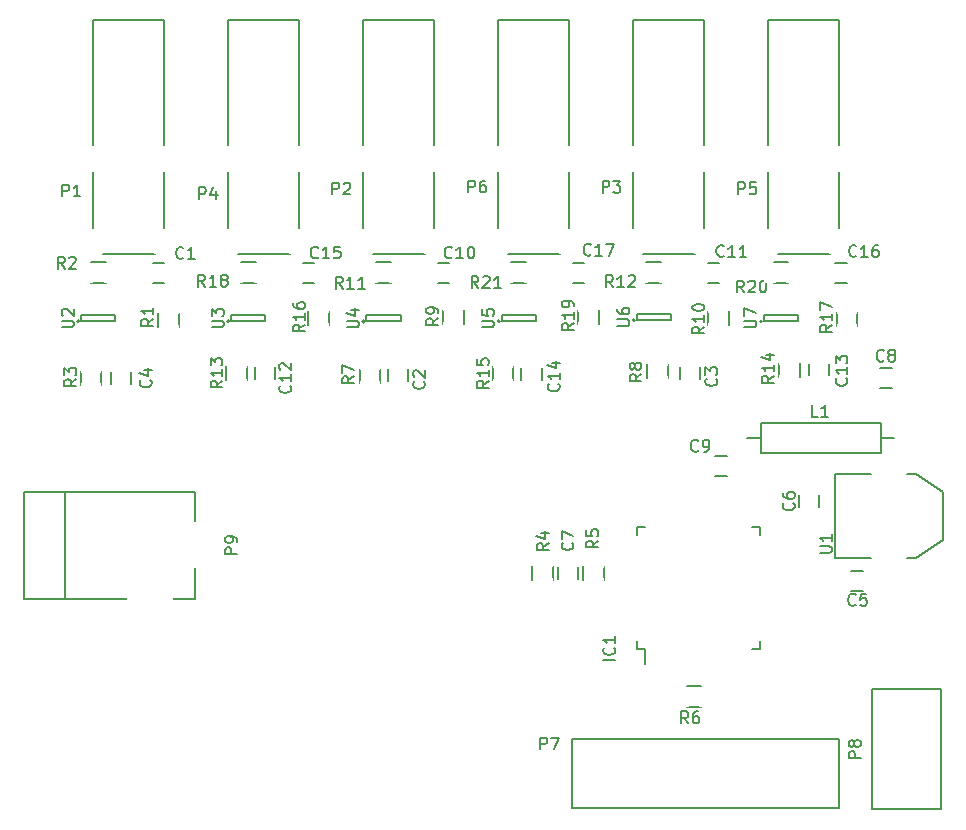
<source format=gbr>
%TF.GenerationSoftware,KiCad,Pcbnew,4.0.1-stable*%
%TF.CreationDate,2016-04-25T17:13:02+03:00*%
%TF.ProjectId,6xUSB_PowMet,36785553425F506F774D65742E6B6963,rev?*%
%TF.FileFunction,Legend,Top*%
%FSLAX46Y46*%
G04 Gerber Fmt 4.6, Leading zero omitted, Abs format (unit mm)*
G04 Created by KiCad (PCBNEW 4.0.1-stable) date 25.04.2016 17:13:02*
%MOMM*%
G01*
G04 APERTURE LIST*
%ADD10C,0.100000*%
%ADD11C,0.150000*%
%ADD12C,2.020000*%
%ADD13C,2.250000*%
%ADD14R,1.400000X1.650000*%
%ADD15R,1.650000X1.400000*%
%ADD16R,0.950000X1.900000*%
%ADD17R,1.900000X0.950000*%
%ADD18C,2.398980*%
%ADD19R,1.700000X1.100000*%
%ADD20R,1.100000X1.700000*%
%ADD21R,2.432000X4.057600*%
%ADD22R,2.432000X1.416000*%
%ADD23R,1.050000X1.460000*%
%ADD24R,2.400000X2.400000*%
%ADD25C,2.400000*%
%ADD26R,3.900120X3.900120*%
G04 APERTURE END LIST*
D10*
D11*
X113560000Y-74155000D02*
X113560000Y-63475000D01*
X107560000Y-74155000D02*
X107560000Y-63475000D01*
X107560000Y-63475000D02*
X113560000Y-63475000D01*
X107560000Y-76335000D02*
X107560000Y-81155000D01*
X112760000Y-83248500D02*
X108360000Y-83248500D01*
X113560000Y-76335000D02*
X113560000Y-81155000D01*
X136420000Y-74155000D02*
X136420000Y-63475000D01*
X130420000Y-74155000D02*
X130420000Y-63475000D01*
X130420000Y-63475000D02*
X136420000Y-63475000D01*
X130420000Y-76335000D02*
X130420000Y-81155000D01*
X135620000Y-83248500D02*
X131220000Y-83248500D01*
X136420000Y-76335000D02*
X136420000Y-81155000D01*
X113600000Y-84015000D02*
X112600000Y-84015000D01*
X112600000Y-85715000D02*
X113600000Y-85715000D01*
X134250000Y-94050000D02*
X134250000Y-93050000D01*
X132550000Y-93050000D02*
X132550000Y-94050000D01*
X158925000Y-93825000D02*
X158925000Y-92825000D01*
X157225000Y-92825000D02*
X157225000Y-93825000D01*
X110800000Y-94275000D02*
X110800000Y-93275000D01*
X109100000Y-93275000D02*
X109100000Y-94275000D01*
X172725000Y-110075000D02*
X171725000Y-110075000D01*
X171725000Y-111775000D02*
X172725000Y-111775000D01*
X167350000Y-103675000D02*
X167350000Y-104675000D01*
X169050000Y-104675000D02*
X169050000Y-103675000D01*
X146925000Y-109800000D02*
X146925000Y-110800000D01*
X148625000Y-110800000D02*
X148625000Y-109800000D01*
X175195000Y-92905000D02*
X174195000Y-92905000D01*
X174195000Y-94605000D02*
X175195000Y-94605000D01*
X161250000Y-100350000D02*
X160250000Y-100350000D01*
X160250000Y-102050000D02*
X161250000Y-102050000D01*
X137730000Y-84015000D02*
X136730000Y-84015000D01*
X136730000Y-85715000D02*
X137730000Y-85715000D01*
X160590000Y-84015000D02*
X159590000Y-84015000D01*
X159590000Y-85715000D02*
X160590000Y-85715000D01*
X122950000Y-93825000D02*
X122950000Y-92825000D01*
X121250000Y-92825000D02*
X121250000Y-93825000D01*
X169900000Y-93550000D02*
X169900000Y-92550000D01*
X168200000Y-92550000D02*
X168200000Y-93550000D01*
X145525000Y-93925000D02*
X145525000Y-92925000D01*
X143825000Y-92925000D02*
X143825000Y-93925000D01*
X126300000Y-84015000D02*
X125300000Y-84015000D01*
X125300000Y-85715000D02*
X126300000Y-85715000D01*
X171385000Y-84015000D02*
X170385000Y-84015000D01*
X170385000Y-85715000D02*
X171385000Y-85715000D01*
X149160000Y-84015000D02*
X148160000Y-84015000D01*
X148160000Y-85715000D02*
X149160000Y-85715000D01*
X153645000Y-116710000D02*
X154320000Y-116710000D01*
X153645000Y-106360000D02*
X154320000Y-106360000D01*
X163995000Y-106360000D02*
X163320000Y-106360000D01*
X163995000Y-116710000D02*
X163320000Y-116710000D01*
X153645000Y-116710000D02*
X153645000Y-116035000D01*
X163995000Y-116710000D02*
X163995000Y-116035000D01*
X163995000Y-106360000D02*
X163995000Y-107035000D01*
X153645000Y-106360000D02*
X153645000Y-107035000D01*
X154320000Y-116710000D02*
X154320000Y-117985000D01*
X164070000Y-97555000D02*
X164070000Y-100095000D01*
X164070000Y-100095000D02*
X174230000Y-100095000D01*
X174230000Y-100095000D02*
X174230000Y-97555000D01*
X174230000Y-97555000D02*
X164070000Y-97555000D01*
X175380000Y-98825000D02*
X174230000Y-98825000D01*
X162920000Y-98825000D02*
X164070000Y-98825000D01*
X113075000Y-89425000D02*
X113075000Y-88225000D01*
X114825000Y-88225000D02*
X114825000Y-89425000D01*
X108620000Y-85740000D02*
X107420000Y-85740000D01*
X107420000Y-83990000D02*
X108620000Y-83990000D01*
X106500000Y-94350000D02*
X106500000Y-93150000D01*
X108250000Y-93150000D02*
X108250000Y-94350000D01*
X146500000Y-109650000D02*
X146500000Y-110850000D01*
X144750000Y-110850000D02*
X144750000Y-109650000D01*
X150805000Y-109665000D02*
X150805000Y-110865000D01*
X149055000Y-110865000D02*
X149055000Y-109665000D01*
X157825000Y-119875000D02*
X159025000Y-119875000D01*
X159025000Y-121625000D02*
X157825000Y-121625000D01*
X130125000Y-94175000D02*
X130125000Y-92975000D01*
X131875000Y-92975000D02*
X131875000Y-94175000D01*
X154475000Y-93800000D02*
X154475000Y-92600000D01*
X156225000Y-92600000D02*
X156225000Y-93800000D01*
X137175000Y-89175000D02*
X137175000Y-87975000D01*
X138925000Y-87975000D02*
X138925000Y-89175000D01*
X159625000Y-89275000D02*
X159625000Y-88075000D01*
X161375000Y-88075000D02*
X161375000Y-89275000D01*
X132750000Y-85740000D02*
X131550000Y-85740000D01*
X131550000Y-83990000D02*
X132750000Y-83990000D01*
X155610000Y-85740000D02*
X154410000Y-85740000D01*
X154410000Y-83990000D02*
X155610000Y-83990000D01*
X118825000Y-93975000D02*
X118825000Y-92775000D01*
X120575000Y-92775000D02*
X120575000Y-93975000D01*
X165625000Y-93700000D02*
X165625000Y-92500000D01*
X167375000Y-92500000D02*
X167375000Y-93700000D01*
X141375000Y-93975000D02*
X141375000Y-92775000D01*
X143125000Y-92775000D02*
X143125000Y-93975000D01*
X125775000Y-89275000D02*
X125775000Y-88075000D01*
X127525000Y-88075000D02*
X127525000Y-89275000D01*
X170525000Y-89375000D02*
X170525000Y-88175000D01*
X172275000Y-88175000D02*
X172275000Y-89375000D01*
X121320000Y-85740000D02*
X120120000Y-85740000D01*
X120120000Y-83990000D02*
X121320000Y-83990000D01*
X148625000Y-89225000D02*
X148625000Y-88025000D01*
X150375000Y-88025000D02*
X150375000Y-89225000D01*
X166405000Y-85740000D02*
X165205000Y-85740000D01*
X165205000Y-83990000D02*
X166405000Y-83990000D01*
X144180000Y-85740000D02*
X142980000Y-85740000D01*
X142980000Y-83990000D02*
X144180000Y-83990000D01*
X173401000Y-101919000D02*
X170353000Y-101919000D01*
X170353000Y-101919000D02*
X170353000Y-109031000D01*
X170353000Y-109031000D02*
X173401000Y-109031000D01*
X176449000Y-101919000D02*
X177211000Y-101919000D01*
X177211000Y-101919000D02*
X179497000Y-103443000D01*
X179497000Y-103443000D02*
X179497000Y-107507000D01*
X179497000Y-107507000D02*
X177211000Y-109031000D01*
X177211000Y-109031000D02*
X176449000Y-109031000D01*
X106400000Y-88975000D02*
G75*
G03X106400000Y-88975000I-100000J0D01*
G01*
X106550000Y-88425000D02*
X106550000Y-88925000D01*
X109450000Y-88425000D02*
X106550000Y-88425000D01*
X109450000Y-88925000D02*
X109450000Y-88425000D01*
X106550000Y-88925000D02*
X109450000Y-88925000D01*
X119100000Y-88975000D02*
G75*
G03X119100000Y-88975000I-100000J0D01*
G01*
X119250000Y-88425000D02*
X119250000Y-88925000D01*
X122150000Y-88425000D02*
X119250000Y-88425000D01*
X122150000Y-88925000D02*
X122150000Y-88425000D01*
X119250000Y-88925000D02*
X122150000Y-88925000D01*
X130550000Y-88975000D02*
G75*
G03X130550000Y-88975000I-100000J0D01*
G01*
X130700000Y-88425000D02*
X130700000Y-88925000D01*
X133600000Y-88425000D02*
X130700000Y-88425000D01*
X133600000Y-88925000D02*
X133600000Y-88425000D01*
X130700000Y-88925000D02*
X133600000Y-88925000D01*
X142000000Y-88975000D02*
G75*
G03X142000000Y-88975000I-100000J0D01*
G01*
X142150000Y-88425000D02*
X142150000Y-88925000D01*
X145050000Y-88425000D02*
X142150000Y-88425000D01*
X145050000Y-88925000D02*
X145050000Y-88425000D01*
X142150000Y-88925000D02*
X145050000Y-88925000D01*
X153450000Y-88875000D02*
G75*
G03X153450000Y-88875000I-100000J0D01*
G01*
X153600000Y-88325000D02*
X153600000Y-88825000D01*
X156500000Y-88325000D02*
X153600000Y-88325000D01*
X156500000Y-88825000D02*
X156500000Y-88325000D01*
X153600000Y-88825000D02*
X156500000Y-88825000D01*
X164200000Y-88975000D02*
G75*
G03X164200000Y-88975000I-100000J0D01*
G01*
X164350000Y-88425000D02*
X164350000Y-88925000D01*
X167250000Y-88425000D02*
X164350000Y-88425000D01*
X167250000Y-88925000D02*
X167250000Y-88425000D01*
X164350000Y-88925000D02*
X167250000Y-88925000D01*
X159280000Y-74155000D02*
X159280000Y-63475000D01*
X153280000Y-74155000D02*
X153280000Y-63475000D01*
X153280000Y-63475000D02*
X159280000Y-63475000D01*
X153280000Y-76335000D02*
X153280000Y-81155000D01*
X158480000Y-83248500D02*
X154080000Y-83248500D01*
X159280000Y-76335000D02*
X159280000Y-81155000D01*
X124990000Y-74155000D02*
X124990000Y-63475000D01*
X118990000Y-74155000D02*
X118990000Y-63475000D01*
X118990000Y-63475000D02*
X124990000Y-63475000D01*
X118990000Y-76335000D02*
X118990000Y-81155000D01*
X124190000Y-83248500D02*
X119790000Y-83248500D01*
X124990000Y-76335000D02*
X124990000Y-81155000D01*
X170710000Y-74155000D02*
X170710000Y-63475000D01*
X164710000Y-74155000D02*
X164710000Y-63475000D01*
X164710000Y-63475000D02*
X170710000Y-63475000D01*
X164710000Y-76335000D02*
X164710000Y-81155000D01*
X169910000Y-83248500D02*
X165510000Y-83248500D01*
X170710000Y-76335000D02*
X170710000Y-81155000D01*
X147850000Y-74155000D02*
X147850000Y-63475000D01*
X141850000Y-74155000D02*
X141850000Y-63475000D01*
X141850000Y-63475000D02*
X147850000Y-63475000D01*
X141850000Y-76335000D02*
X141850000Y-81155000D01*
X147050000Y-83248500D02*
X142650000Y-83248500D01*
X147850000Y-76335000D02*
X147850000Y-81155000D01*
X149380000Y-124337000D02*
X148110000Y-124337000D01*
X148110000Y-124337000D02*
X148110000Y-130179000D01*
X148110000Y-130179000D02*
X149380000Y-130179000D01*
X169446000Y-124337000D02*
X170716000Y-124337000D01*
X169446000Y-130179000D02*
X170716000Y-130179000D01*
X170716000Y-124337000D02*
X170716000Y-130179000D01*
X149380000Y-130179000D02*
X169446000Y-130179000D01*
X169446000Y-124337000D02*
X149380000Y-124337000D01*
X179329000Y-120130000D02*
X179329000Y-130290000D01*
X173487000Y-130290000D02*
X173487000Y-120130000D01*
X173487000Y-120130000D02*
X179329000Y-120130000D01*
X173487000Y-130290000D02*
X179329000Y-130290000D01*
X105199500Y-103449120D02*
X105199500Y-112450880D01*
X101699380Y-103449120D02*
X101699380Y-112450880D01*
X101699380Y-112450880D02*
X116200240Y-112450880D01*
X116200240Y-112450880D02*
X116200240Y-103449120D01*
X116200240Y-103449120D02*
X101699380Y-103449120D01*
X104961905Y-78402381D02*
X104961905Y-77402381D01*
X105342858Y-77402381D01*
X105438096Y-77450000D01*
X105485715Y-77497619D01*
X105533334Y-77592857D01*
X105533334Y-77735714D01*
X105485715Y-77830952D01*
X105438096Y-77878571D01*
X105342858Y-77926190D01*
X104961905Y-77926190D01*
X106485715Y-78402381D02*
X105914286Y-78402381D01*
X106200000Y-78402381D02*
X106200000Y-77402381D01*
X106104762Y-77545238D01*
X106009524Y-77640476D01*
X105914286Y-77688095D01*
X127811905Y-78227381D02*
X127811905Y-77227381D01*
X128192858Y-77227381D01*
X128288096Y-77275000D01*
X128335715Y-77322619D01*
X128383334Y-77417857D01*
X128383334Y-77560714D01*
X128335715Y-77655952D01*
X128288096Y-77703571D01*
X128192858Y-77751190D01*
X127811905Y-77751190D01*
X128764286Y-77322619D02*
X128811905Y-77275000D01*
X128907143Y-77227381D01*
X129145239Y-77227381D01*
X129240477Y-77275000D01*
X129288096Y-77322619D01*
X129335715Y-77417857D01*
X129335715Y-77513095D01*
X129288096Y-77655952D01*
X128716667Y-78227381D01*
X129335715Y-78227381D01*
X115208334Y-83582143D02*
X115160715Y-83629762D01*
X115017858Y-83677381D01*
X114922620Y-83677381D01*
X114779762Y-83629762D01*
X114684524Y-83534524D01*
X114636905Y-83439286D01*
X114589286Y-83248810D01*
X114589286Y-83105952D01*
X114636905Y-82915476D01*
X114684524Y-82820238D01*
X114779762Y-82725000D01*
X114922620Y-82677381D01*
X115017858Y-82677381D01*
X115160715Y-82725000D01*
X115208334Y-82772619D01*
X116160715Y-83677381D02*
X115589286Y-83677381D01*
X115875000Y-83677381D02*
X115875000Y-82677381D01*
X115779762Y-82820238D01*
X115684524Y-82915476D01*
X115589286Y-82963095D01*
X135557143Y-94066666D02*
X135604762Y-94114285D01*
X135652381Y-94257142D01*
X135652381Y-94352380D01*
X135604762Y-94495238D01*
X135509524Y-94590476D01*
X135414286Y-94638095D01*
X135223810Y-94685714D01*
X135080952Y-94685714D01*
X134890476Y-94638095D01*
X134795238Y-94590476D01*
X134700000Y-94495238D01*
X134652381Y-94352380D01*
X134652381Y-94257142D01*
X134700000Y-94114285D01*
X134747619Y-94066666D01*
X134747619Y-93685714D02*
X134700000Y-93638095D01*
X134652381Y-93542857D01*
X134652381Y-93304761D01*
X134700000Y-93209523D01*
X134747619Y-93161904D01*
X134842857Y-93114285D01*
X134938095Y-93114285D01*
X135080952Y-93161904D01*
X135652381Y-93733333D01*
X135652381Y-93114285D01*
X160307143Y-93816666D02*
X160354762Y-93864285D01*
X160402381Y-94007142D01*
X160402381Y-94102380D01*
X160354762Y-94245238D01*
X160259524Y-94340476D01*
X160164286Y-94388095D01*
X159973810Y-94435714D01*
X159830952Y-94435714D01*
X159640476Y-94388095D01*
X159545238Y-94340476D01*
X159450000Y-94245238D01*
X159402381Y-94102380D01*
X159402381Y-94007142D01*
X159450000Y-93864285D01*
X159497619Y-93816666D01*
X159402381Y-93483333D02*
X159402381Y-92864285D01*
X159783333Y-93197619D01*
X159783333Y-93054761D01*
X159830952Y-92959523D01*
X159878571Y-92911904D01*
X159973810Y-92864285D01*
X160211905Y-92864285D01*
X160307143Y-92911904D01*
X160354762Y-92959523D01*
X160402381Y-93054761D01*
X160402381Y-93340476D01*
X160354762Y-93435714D01*
X160307143Y-93483333D01*
X112407143Y-93941666D02*
X112454762Y-93989285D01*
X112502381Y-94132142D01*
X112502381Y-94227380D01*
X112454762Y-94370238D01*
X112359524Y-94465476D01*
X112264286Y-94513095D01*
X112073810Y-94560714D01*
X111930952Y-94560714D01*
X111740476Y-94513095D01*
X111645238Y-94465476D01*
X111550000Y-94370238D01*
X111502381Y-94227380D01*
X111502381Y-94132142D01*
X111550000Y-93989285D01*
X111597619Y-93941666D01*
X111835714Y-93084523D02*
X112502381Y-93084523D01*
X111454762Y-93322619D02*
X112169048Y-93560714D01*
X112169048Y-92941666D01*
X172108334Y-112957143D02*
X172060715Y-113004762D01*
X171917858Y-113052381D01*
X171822620Y-113052381D01*
X171679762Y-113004762D01*
X171584524Y-112909524D01*
X171536905Y-112814286D01*
X171489286Y-112623810D01*
X171489286Y-112480952D01*
X171536905Y-112290476D01*
X171584524Y-112195238D01*
X171679762Y-112100000D01*
X171822620Y-112052381D01*
X171917858Y-112052381D01*
X172060715Y-112100000D01*
X172108334Y-112147619D01*
X173013096Y-112052381D02*
X172536905Y-112052381D01*
X172489286Y-112528571D01*
X172536905Y-112480952D01*
X172632143Y-112433333D01*
X172870239Y-112433333D01*
X172965477Y-112480952D01*
X173013096Y-112528571D01*
X173060715Y-112623810D01*
X173060715Y-112861905D01*
X173013096Y-112957143D01*
X172965477Y-113004762D01*
X172870239Y-113052381D01*
X172632143Y-113052381D01*
X172536905Y-113004762D01*
X172489286Y-112957143D01*
X166857143Y-104366666D02*
X166904762Y-104414285D01*
X166952381Y-104557142D01*
X166952381Y-104652380D01*
X166904762Y-104795238D01*
X166809524Y-104890476D01*
X166714286Y-104938095D01*
X166523810Y-104985714D01*
X166380952Y-104985714D01*
X166190476Y-104938095D01*
X166095238Y-104890476D01*
X166000000Y-104795238D01*
X165952381Y-104652380D01*
X165952381Y-104557142D01*
X166000000Y-104414285D01*
X166047619Y-104366666D01*
X165952381Y-103509523D02*
X165952381Y-103700000D01*
X166000000Y-103795238D01*
X166047619Y-103842857D01*
X166190476Y-103938095D01*
X166380952Y-103985714D01*
X166761905Y-103985714D01*
X166857143Y-103938095D01*
X166904762Y-103890476D01*
X166952381Y-103795238D01*
X166952381Y-103604761D01*
X166904762Y-103509523D01*
X166857143Y-103461904D01*
X166761905Y-103414285D01*
X166523810Y-103414285D01*
X166428571Y-103461904D01*
X166380952Y-103509523D01*
X166333333Y-103604761D01*
X166333333Y-103795238D01*
X166380952Y-103890476D01*
X166428571Y-103938095D01*
X166523810Y-103985714D01*
X148132143Y-107716666D02*
X148179762Y-107764285D01*
X148227381Y-107907142D01*
X148227381Y-108002380D01*
X148179762Y-108145238D01*
X148084524Y-108240476D01*
X147989286Y-108288095D01*
X147798810Y-108335714D01*
X147655952Y-108335714D01*
X147465476Y-108288095D01*
X147370238Y-108240476D01*
X147275000Y-108145238D01*
X147227381Y-108002380D01*
X147227381Y-107907142D01*
X147275000Y-107764285D01*
X147322619Y-107716666D01*
X147227381Y-107383333D02*
X147227381Y-106716666D01*
X148227381Y-107145238D01*
X174508334Y-92282143D02*
X174460715Y-92329762D01*
X174317858Y-92377381D01*
X174222620Y-92377381D01*
X174079762Y-92329762D01*
X173984524Y-92234524D01*
X173936905Y-92139286D01*
X173889286Y-91948810D01*
X173889286Y-91805952D01*
X173936905Y-91615476D01*
X173984524Y-91520238D01*
X174079762Y-91425000D01*
X174222620Y-91377381D01*
X174317858Y-91377381D01*
X174460715Y-91425000D01*
X174508334Y-91472619D01*
X175079762Y-91805952D02*
X174984524Y-91758333D01*
X174936905Y-91710714D01*
X174889286Y-91615476D01*
X174889286Y-91567857D01*
X174936905Y-91472619D01*
X174984524Y-91425000D01*
X175079762Y-91377381D01*
X175270239Y-91377381D01*
X175365477Y-91425000D01*
X175413096Y-91472619D01*
X175460715Y-91567857D01*
X175460715Y-91615476D01*
X175413096Y-91710714D01*
X175365477Y-91758333D01*
X175270239Y-91805952D01*
X175079762Y-91805952D01*
X174984524Y-91853571D01*
X174936905Y-91901190D01*
X174889286Y-91996429D01*
X174889286Y-92186905D01*
X174936905Y-92282143D01*
X174984524Y-92329762D01*
X175079762Y-92377381D01*
X175270239Y-92377381D01*
X175365477Y-92329762D01*
X175413096Y-92282143D01*
X175460715Y-92186905D01*
X175460715Y-91996429D01*
X175413096Y-91901190D01*
X175365477Y-91853571D01*
X175270239Y-91805952D01*
X158783334Y-99907143D02*
X158735715Y-99954762D01*
X158592858Y-100002381D01*
X158497620Y-100002381D01*
X158354762Y-99954762D01*
X158259524Y-99859524D01*
X158211905Y-99764286D01*
X158164286Y-99573810D01*
X158164286Y-99430952D01*
X158211905Y-99240476D01*
X158259524Y-99145238D01*
X158354762Y-99050000D01*
X158497620Y-99002381D01*
X158592858Y-99002381D01*
X158735715Y-99050000D01*
X158783334Y-99097619D01*
X159259524Y-100002381D02*
X159450000Y-100002381D01*
X159545239Y-99954762D01*
X159592858Y-99907143D01*
X159688096Y-99764286D01*
X159735715Y-99573810D01*
X159735715Y-99192857D01*
X159688096Y-99097619D01*
X159640477Y-99050000D01*
X159545239Y-99002381D01*
X159354762Y-99002381D01*
X159259524Y-99050000D01*
X159211905Y-99097619D01*
X159164286Y-99192857D01*
X159164286Y-99430952D01*
X159211905Y-99526190D01*
X159259524Y-99573810D01*
X159354762Y-99621429D01*
X159545239Y-99621429D01*
X159640477Y-99573810D01*
X159688096Y-99526190D01*
X159735715Y-99430952D01*
X137932143Y-83557143D02*
X137884524Y-83604762D01*
X137741667Y-83652381D01*
X137646429Y-83652381D01*
X137503571Y-83604762D01*
X137408333Y-83509524D01*
X137360714Y-83414286D01*
X137313095Y-83223810D01*
X137313095Y-83080952D01*
X137360714Y-82890476D01*
X137408333Y-82795238D01*
X137503571Y-82700000D01*
X137646429Y-82652381D01*
X137741667Y-82652381D01*
X137884524Y-82700000D01*
X137932143Y-82747619D01*
X138884524Y-83652381D02*
X138313095Y-83652381D01*
X138598809Y-83652381D02*
X138598809Y-82652381D01*
X138503571Y-82795238D01*
X138408333Y-82890476D01*
X138313095Y-82938095D01*
X139503571Y-82652381D02*
X139598810Y-82652381D01*
X139694048Y-82700000D01*
X139741667Y-82747619D01*
X139789286Y-82842857D01*
X139836905Y-83033333D01*
X139836905Y-83271429D01*
X139789286Y-83461905D01*
X139741667Y-83557143D01*
X139694048Y-83604762D01*
X139598810Y-83652381D01*
X139503571Y-83652381D01*
X139408333Y-83604762D01*
X139360714Y-83557143D01*
X139313095Y-83461905D01*
X139265476Y-83271429D01*
X139265476Y-83033333D01*
X139313095Y-82842857D01*
X139360714Y-82747619D01*
X139408333Y-82700000D01*
X139503571Y-82652381D01*
X160957143Y-83432143D02*
X160909524Y-83479762D01*
X160766667Y-83527381D01*
X160671429Y-83527381D01*
X160528571Y-83479762D01*
X160433333Y-83384524D01*
X160385714Y-83289286D01*
X160338095Y-83098810D01*
X160338095Y-82955952D01*
X160385714Y-82765476D01*
X160433333Y-82670238D01*
X160528571Y-82575000D01*
X160671429Y-82527381D01*
X160766667Y-82527381D01*
X160909524Y-82575000D01*
X160957143Y-82622619D01*
X161909524Y-83527381D02*
X161338095Y-83527381D01*
X161623809Y-83527381D02*
X161623809Y-82527381D01*
X161528571Y-82670238D01*
X161433333Y-82765476D01*
X161338095Y-82813095D01*
X162861905Y-83527381D02*
X162290476Y-83527381D01*
X162576190Y-83527381D02*
X162576190Y-82527381D01*
X162480952Y-82670238D01*
X162385714Y-82765476D01*
X162290476Y-82813095D01*
X124232143Y-94417857D02*
X124279762Y-94465476D01*
X124327381Y-94608333D01*
X124327381Y-94703571D01*
X124279762Y-94846429D01*
X124184524Y-94941667D01*
X124089286Y-94989286D01*
X123898810Y-95036905D01*
X123755952Y-95036905D01*
X123565476Y-94989286D01*
X123470238Y-94941667D01*
X123375000Y-94846429D01*
X123327381Y-94703571D01*
X123327381Y-94608333D01*
X123375000Y-94465476D01*
X123422619Y-94417857D01*
X124327381Y-93465476D02*
X124327381Y-94036905D01*
X124327381Y-93751191D02*
X123327381Y-93751191D01*
X123470238Y-93846429D01*
X123565476Y-93941667D01*
X123613095Y-94036905D01*
X123422619Y-93084524D02*
X123375000Y-93036905D01*
X123327381Y-92941667D01*
X123327381Y-92703571D01*
X123375000Y-92608333D01*
X123422619Y-92560714D01*
X123517857Y-92513095D01*
X123613095Y-92513095D01*
X123755952Y-92560714D01*
X124327381Y-93132143D01*
X124327381Y-92513095D01*
X171332143Y-93792857D02*
X171379762Y-93840476D01*
X171427381Y-93983333D01*
X171427381Y-94078571D01*
X171379762Y-94221429D01*
X171284524Y-94316667D01*
X171189286Y-94364286D01*
X170998810Y-94411905D01*
X170855952Y-94411905D01*
X170665476Y-94364286D01*
X170570238Y-94316667D01*
X170475000Y-94221429D01*
X170427381Y-94078571D01*
X170427381Y-93983333D01*
X170475000Y-93840476D01*
X170522619Y-93792857D01*
X171427381Y-92840476D02*
X171427381Y-93411905D01*
X171427381Y-93126191D02*
X170427381Y-93126191D01*
X170570238Y-93221429D01*
X170665476Y-93316667D01*
X170713095Y-93411905D01*
X170427381Y-92507143D02*
X170427381Y-91888095D01*
X170808333Y-92221429D01*
X170808333Y-92078571D01*
X170855952Y-91983333D01*
X170903571Y-91935714D01*
X170998810Y-91888095D01*
X171236905Y-91888095D01*
X171332143Y-91935714D01*
X171379762Y-91983333D01*
X171427381Y-92078571D01*
X171427381Y-92364286D01*
X171379762Y-92459524D01*
X171332143Y-92507143D01*
X146957143Y-94267857D02*
X147004762Y-94315476D01*
X147052381Y-94458333D01*
X147052381Y-94553571D01*
X147004762Y-94696429D01*
X146909524Y-94791667D01*
X146814286Y-94839286D01*
X146623810Y-94886905D01*
X146480952Y-94886905D01*
X146290476Y-94839286D01*
X146195238Y-94791667D01*
X146100000Y-94696429D01*
X146052381Y-94553571D01*
X146052381Y-94458333D01*
X146100000Y-94315476D01*
X146147619Y-94267857D01*
X147052381Y-93315476D02*
X147052381Y-93886905D01*
X147052381Y-93601191D02*
X146052381Y-93601191D01*
X146195238Y-93696429D01*
X146290476Y-93791667D01*
X146338095Y-93886905D01*
X146385714Y-92458333D02*
X147052381Y-92458333D01*
X146004762Y-92696429D02*
X146719048Y-92934524D01*
X146719048Y-92315476D01*
X126607143Y-83557143D02*
X126559524Y-83604762D01*
X126416667Y-83652381D01*
X126321429Y-83652381D01*
X126178571Y-83604762D01*
X126083333Y-83509524D01*
X126035714Y-83414286D01*
X125988095Y-83223810D01*
X125988095Y-83080952D01*
X126035714Y-82890476D01*
X126083333Y-82795238D01*
X126178571Y-82700000D01*
X126321429Y-82652381D01*
X126416667Y-82652381D01*
X126559524Y-82700000D01*
X126607143Y-82747619D01*
X127559524Y-83652381D02*
X126988095Y-83652381D01*
X127273809Y-83652381D02*
X127273809Y-82652381D01*
X127178571Y-82795238D01*
X127083333Y-82890476D01*
X126988095Y-82938095D01*
X128464286Y-82652381D02*
X127988095Y-82652381D01*
X127940476Y-83128571D01*
X127988095Y-83080952D01*
X128083333Y-83033333D01*
X128321429Y-83033333D01*
X128416667Y-83080952D01*
X128464286Y-83128571D01*
X128511905Y-83223810D01*
X128511905Y-83461905D01*
X128464286Y-83557143D01*
X128416667Y-83604762D01*
X128321429Y-83652381D01*
X128083333Y-83652381D01*
X127988095Y-83604762D01*
X127940476Y-83557143D01*
X172182143Y-83432143D02*
X172134524Y-83479762D01*
X171991667Y-83527381D01*
X171896429Y-83527381D01*
X171753571Y-83479762D01*
X171658333Y-83384524D01*
X171610714Y-83289286D01*
X171563095Y-83098810D01*
X171563095Y-82955952D01*
X171610714Y-82765476D01*
X171658333Y-82670238D01*
X171753571Y-82575000D01*
X171896429Y-82527381D01*
X171991667Y-82527381D01*
X172134524Y-82575000D01*
X172182143Y-82622619D01*
X173134524Y-83527381D02*
X172563095Y-83527381D01*
X172848809Y-83527381D02*
X172848809Y-82527381D01*
X172753571Y-82670238D01*
X172658333Y-82765476D01*
X172563095Y-82813095D01*
X173991667Y-82527381D02*
X173801190Y-82527381D01*
X173705952Y-82575000D01*
X173658333Y-82622619D01*
X173563095Y-82765476D01*
X173515476Y-82955952D01*
X173515476Y-83336905D01*
X173563095Y-83432143D01*
X173610714Y-83479762D01*
X173705952Y-83527381D01*
X173896429Y-83527381D01*
X173991667Y-83479762D01*
X174039286Y-83432143D01*
X174086905Y-83336905D01*
X174086905Y-83098810D01*
X174039286Y-83003571D01*
X173991667Y-82955952D01*
X173896429Y-82908333D01*
X173705952Y-82908333D01*
X173610714Y-82955952D01*
X173563095Y-83003571D01*
X173515476Y-83098810D01*
X149707143Y-83307143D02*
X149659524Y-83354762D01*
X149516667Y-83402381D01*
X149421429Y-83402381D01*
X149278571Y-83354762D01*
X149183333Y-83259524D01*
X149135714Y-83164286D01*
X149088095Y-82973810D01*
X149088095Y-82830952D01*
X149135714Y-82640476D01*
X149183333Y-82545238D01*
X149278571Y-82450000D01*
X149421429Y-82402381D01*
X149516667Y-82402381D01*
X149659524Y-82450000D01*
X149707143Y-82497619D01*
X150659524Y-83402381D02*
X150088095Y-83402381D01*
X150373809Y-83402381D02*
X150373809Y-82402381D01*
X150278571Y-82545238D01*
X150183333Y-82640476D01*
X150088095Y-82688095D01*
X150992857Y-82402381D02*
X151659524Y-82402381D01*
X151230952Y-83402381D01*
X151752381Y-117651190D02*
X150752381Y-117651190D01*
X151657143Y-116603571D02*
X151704762Y-116651190D01*
X151752381Y-116794047D01*
X151752381Y-116889285D01*
X151704762Y-117032143D01*
X151609524Y-117127381D01*
X151514286Y-117175000D01*
X151323810Y-117222619D01*
X151180952Y-117222619D01*
X150990476Y-117175000D01*
X150895238Y-117127381D01*
X150800000Y-117032143D01*
X150752381Y-116889285D01*
X150752381Y-116794047D01*
X150800000Y-116651190D01*
X150847619Y-116603571D01*
X151752381Y-115651190D02*
X151752381Y-116222619D01*
X151752381Y-115936905D02*
X150752381Y-115936905D01*
X150895238Y-116032143D01*
X150990476Y-116127381D01*
X151038095Y-116222619D01*
X168933334Y-97052381D02*
X168457143Y-97052381D01*
X168457143Y-96052381D01*
X169790477Y-97052381D02*
X169219048Y-97052381D01*
X169504762Y-97052381D02*
X169504762Y-96052381D01*
X169409524Y-96195238D01*
X169314286Y-96290476D01*
X169219048Y-96338095D01*
X112652381Y-88766666D02*
X112176190Y-89100000D01*
X112652381Y-89338095D02*
X111652381Y-89338095D01*
X111652381Y-88957142D01*
X111700000Y-88861904D01*
X111747619Y-88814285D01*
X111842857Y-88766666D01*
X111985714Y-88766666D01*
X112080952Y-88814285D01*
X112128571Y-88861904D01*
X112176190Y-88957142D01*
X112176190Y-89338095D01*
X112652381Y-87814285D02*
X112652381Y-88385714D01*
X112652381Y-88100000D02*
X111652381Y-88100000D01*
X111795238Y-88195238D01*
X111890476Y-88290476D01*
X111938095Y-88385714D01*
X105158334Y-84502381D02*
X104825000Y-84026190D01*
X104586905Y-84502381D02*
X104586905Y-83502381D01*
X104967858Y-83502381D01*
X105063096Y-83550000D01*
X105110715Y-83597619D01*
X105158334Y-83692857D01*
X105158334Y-83835714D01*
X105110715Y-83930952D01*
X105063096Y-83978571D01*
X104967858Y-84026190D01*
X104586905Y-84026190D01*
X105539286Y-83597619D02*
X105586905Y-83550000D01*
X105682143Y-83502381D01*
X105920239Y-83502381D01*
X106015477Y-83550000D01*
X106063096Y-83597619D01*
X106110715Y-83692857D01*
X106110715Y-83788095D01*
X106063096Y-83930952D01*
X105491667Y-84502381D01*
X106110715Y-84502381D01*
X106127381Y-93866666D02*
X105651190Y-94200000D01*
X106127381Y-94438095D02*
X105127381Y-94438095D01*
X105127381Y-94057142D01*
X105175000Y-93961904D01*
X105222619Y-93914285D01*
X105317857Y-93866666D01*
X105460714Y-93866666D01*
X105555952Y-93914285D01*
X105603571Y-93961904D01*
X105651190Y-94057142D01*
X105651190Y-94438095D01*
X105127381Y-93533333D02*
X105127381Y-92914285D01*
X105508333Y-93247619D01*
X105508333Y-93104761D01*
X105555952Y-93009523D01*
X105603571Y-92961904D01*
X105698810Y-92914285D01*
X105936905Y-92914285D01*
X106032143Y-92961904D01*
X106079762Y-93009523D01*
X106127381Y-93104761D01*
X106127381Y-93390476D01*
X106079762Y-93485714D01*
X106032143Y-93533333D01*
X146127381Y-107766666D02*
X145651190Y-108100000D01*
X146127381Y-108338095D02*
X145127381Y-108338095D01*
X145127381Y-107957142D01*
X145175000Y-107861904D01*
X145222619Y-107814285D01*
X145317857Y-107766666D01*
X145460714Y-107766666D01*
X145555952Y-107814285D01*
X145603571Y-107861904D01*
X145651190Y-107957142D01*
X145651190Y-108338095D01*
X145460714Y-106909523D02*
X146127381Y-106909523D01*
X145079762Y-107147619D02*
X145794048Y-107385714D01*
X145794048Y-106766666D01*
X150327381Y-107541666D02*
X149851190Y-107875000D01*
X150327381Y-108113095D02*
X149327381Y-108113095D01*
X149327381Y-107732142D01*
X149375000Y-107636904D01*
X149422619Y-107589285D01*
X149517857Y-107541666D01*
X149660714Y-107541666D01*
X149755952Y-107589285D01*
X149803571Y-107636904D01*
X149851190Y-107732142D01*
X149851190Y-108113095D01*
X149327381Y-106636904D02*
X149327381Y-107113095D01*
X149803571Y-107160714D01*
X149755952Y-107113095D01*
X149708333Y-107017857D01*
X149708333Y-106779761D01*
X149755952Y-106684523D01*
X149803571Y-106636904D01*
X149898810Y-106589285D01*
X150136905Y-106589285D01*
X150232143Y-106636904D01*
X150279762Y-106684523D01*
X150327381Y-106779761D01*
X150327381Y-107017857D01*
X150279762Y-107113095D01*
X150232143Y-107160714D01*
X157933334Y-123002381D02*
X157600000Y-122526190D01*
X157361905Y-123002381D02*
X157361905Y-122002381D01*
X157742858Y-122002381D01*
X157838096Y-122050000D01*
X157885715Y-122097619D01*
X157933334Y-122192857D01*
X157933334Y-122335714D01*
X157885715Y-122430952D01*
X157838096Y-122478571D01*
X157742858Y-122526190D01*
X157361905Y-122526190D01*
X158790477Y-122002381D02*
X158600000Y-122002381D01*
X158504762Y-122050000D01*
X158457143Y-122097619D01*
X158361905Y-122240476D01*
X158314286Y-122430952D01*
X158314286Y-122811905D01*
X158361905Y-122907143D01*
X158409524Y-122954762D01*
X158504762Y-123002381D01*
X158695239Y-123002381D01*
X158790477Y-122954762D01*
X158838096Y-122907143D01*
X158885715Y-122811905D01*
X158885715Y-122573810D01*
X158838096Y-122478571D01*
X158790477Y-122430952D01*
X158695239Y-122383333D01*
X158504762Y-122383333D01*
X158409524Y-122430952D01*
X158361905Y-122478571D01*
X158314286Y-122573810D01*
X129652381Y-93641666D02*
X129176190Y-93975000D01*
X129652381Y-94213095D02*
X128652381Y-94213095D01*
X128652381Y-93832142D01*
X128700000Y-93736904D01*
X128747619Y-93689285D01*
X128842857Y-93641666D01*
X128985714Y-93641666D01*
X129080952Y-93689285D01*
X129128571Y-93736904D01*
X129176190Y-93832142D01*
X129176190Y-94213095D01*
X128652381Y-93308333D02*
X128652381Y-92641666D01*
X129652381Y-93070238D01*
X153977381Y-93441666D02*
X153501190Y-93775000D01*
X153977381Y-94013095D02*
X152977381Y-94013095D01*
X152977381Y-93632142D01*
X153025000Y-93536904D01*
X153072619Y-93489285D01*
X153167857Y-93441666D01*
X153310714Y-93441666D01*
X153405952Y-93489285D01*
X153453571Y-93536904D01*
X153501190Y-93632142D01*
X153501190Y-94013095D01*
X153405952Y-92870238D02*
X153358333Y-92965476D01*
X153310714Y-93013095D01*
X153215476Y-93060714D01*
X153167857Y-93060714D01*
X153072619Y-93013095D01*
X153025000Y-92965476D01*
X152977381Y-92870238D01*
X152977381Y-92679761D01*
X153025000Y-92584523D01*
X153072619Y-92536904D01*
X153167857Y-92489285D01*
X153215476Y-92489285D01*
X153310714Y-92536904D01*
X153358333Y-92584523D01*
X153405952Y-92679761D01*
X153405952Y-92870238D01*
X153453571Y-92965476D01*
X153501190Y-93013095D01*
X153596429Y-93060714D01*
X153786905Y-93060714D01*
X153882143Y-93013095D01*
X153929762Y-92965476D01*
X153977381Y-92870238D01*
X153977381Y-92679761D01*
X153929762Y-92584523D01*
X153882143Y-92536904D01*
X153786905Y-92489285D01*
X153596429Y-92489285D01*
X153501190Y-92536904D01*
X153453571Y-92584523D01*
X153405952Y-92679761D01*
X136777381Y-88716666D02*
X136301190Y-89050000D01*
X136777381Y-89288095D02*
X135777381Y-89288095D01*
X135777381Y-88907142D01*
X135825000Y-88811904D01*
X135872619Y-88764285D01*
X135967857Y-88716666D01*
X136110714Y-88716666D01*
X136205952Y-88764285D01*
X136253571Y-88811904D01*
X136301190Y-88907142D01*
X136301190Y-89288095D01*
X136777381Y-88240476D02*
X136777381Y-88050000D01*
X136729762Y-87954761D01*
X136682143Y-87907142D01*
X136539286Y-87811904D01*
X136348810Y-87764285D01*
X135967857Y-87764285D01*
X135872619Y-87811904D01*
X135825000Y-87859523D01*
X135777381Y-87954761D01*
X135777381Y-88145238D01*
X135825000Y-88240476D01*
X135872619Y-88288095D01*
X135967857Y-88335714D01*
X136205952Y-88335714D01*
X136301190Y-88288095D01*
X136348810Y-88240476D01*
X136396429Y-88145238D01*
X136396429Y-87954761D01*
X136348810Y-87859523D01*
X136301190Y-87811904D01*
X136205952Y-87764285D01*
X159302381Y-89417857D02*
X158826190Y-89751191D01*
X159302381Y-89989286D02*
X158302381Y-89989286D01*
X158302381Y-89608333D01*
X158350000Y-89513095D01*
X158397619Y-89465476D01*
X158492857Y-89417857D01*
X158635714Y-89417857D01*
X158730952Y-89465476D01*
X158778571Y-89513095D01*
X158826190Y-89608333D01*
X158826190Y-89989286D01*
X159302381Y-88465476D02*
X159302381Y-89036905D01*
X159302381Y-88751191D02*
X158302381Y-88751191D01*
X158445238Y-88846429D01*
X158540476Y-88941667D01*
X158588095Y-89036905D01*
X158302381Y-87846429D02*
X158302381Y-87751190D01*
X158350000Y-87655952D01*
X158397619Y-87608333D01*
X158492857Y-87560714D01*
X158683333Y-87513095D01*
X158921429Y-87513095D01*
X159111905Y-87560714D01*
X159207143Y-87608333D01*
X159254762Y-87655952D01*
X159302381Y-87751190D01*
X159302381Y-87846429D01*
X159254762Y-87941667D01*
X159207143Y-87989286D01*
X159111905Y-88036905D01*
X158921429Y-88084524D01*
X158683333Y-88084524D01*
X158492857Y-88036905D01*
X158397619Y-87989286D01*
X158350000Y-87941667D01*
X158302381Y-87846429D01*
X128682143Y-86202381D02*
X128348809Y-85726190D01*
X128110714Y-86202381D02*
X128110714Y-85202381D01*
X128491667Y-85202381D01*
X128586905Y-85250000D01*
X128634524Y-85297619D01*
X128682143Y-85392857D01*
X128682143Y-85535714D01*
X128634524Y-85630952D01*
X128586905Y-85678571D01*
X128491667Y-85726190D01*
X128110714Y-85726190D01*
X129634524Y-86202381D02*
X129063095Y-86202381D01*
X129348809Y-86202381D02*
X129348809Y-85202381D01*
X129253571Y-85345238D01*
X129158333Y-85440476D01*
X129063095Y-85488095D01*
X130586905Y-86202381D02*
X130015476Y-86202381D01*
X130301190Y-86202381D02*
X130301190Y-85202381D01*
X130205952Y-85345238D01*
X130110714Y-85440476D01*
X130015476Y-85488095D01*
X151557143Y-86077381D02*
X151223809Y-85601190D01*
X150985714Y-86077381D02*
X150985714Y-85077381D01*
X151366667Y-85077381D01*
X151461905Y-85125000D01*
X151509524Y-85172619D01*
X151557143Y-85267857D01*
X151557143Y-85410714D01*
X151509524Y-85505952D01*
X151461905Y-85553571D01*
X151366667Y-85601190D01*
X150985714Y-85601190D01*
X152509524Y-86077381D02*
X151938095Y-86077381D01*
X152223809Y-86077381D02*
X152223809Y-85077381D01*
X152128571Y-85220238D01*
X152033333Y-85315476D01*
X151938095Y-85363095D01*
X152890476Y-85172619D02*
X152938095Y-85125000D01*
X153033333Y-85077381D01*
X153271429Y-85077381D01*
X153366667Y-85125000D01*
X153414286Y-85172619D01*
X153461905Y-85267857D01*
X153461905Y-85363095D01*
X153414286Y-85505952D01*
X152842857Y-86077381D01*
X153461905Y-86077381D01*
X118502381Y-93992857D02*
X118026190Y-94326191D01*
X118502381Y-94564286D02*
X117502381Y-94564286D01*
X117502381Y-94183333D01*
X117550000Y-94088095D01*
X117597619Y-94040476D01*
X117692857Y-93992857D01*
X117835714Y-93992857D01*
X117930952Y-94040476D01*
X117978571Y-94088095D01*
X118026190Y-94183333D01*
X118026190Y-94564286D01*
X118502381Y-93040476D02*
X118502381Y-93611905D01*
X118502381Y-93326191D02*
X117502381Y-93326191D01*
X117645238Y-93421429D01*
X117740476Y-93516667D01*
X117788095Y-93611905D01*
X117502381Y-92707143D02*
X117502381Y-92088095D01*
X117883333Y-92421429D01*
X117883333Y-92278571D01*
X117930952Y-92183333D01*
X117978571Y-92135714D01*
X118073810Y-92088095D01*
X118311905Y-92088095D01*
X118407143Y-92135714D01*
X118454762Y-92183333D01*
X118502381Y-92278571D01*
X118502381Y-92564286D01*
X118454762Y-92659524D01*
X118407143Y-92707143D01*
X165177381Y-93592857D02*
X164701190Y-93926191D01*
X165177381Y-94164286D02*
X164177381Y-94164286D01*
X164177381Y-93783333D01*
X164225000Y-93688095D01*
X164272619Y-93640476D01*
X164367857Y-93592857D01*
X164510714Y-93592857D01*
X164605952Y-93640476D01*
X164653571Y-93688095D01*
X164701190Y-93783333D01*
X164701190Y-94164286D01*
X165177381Y-92640476D02*
X165177381Y-93211905D01*
X165177381Y-92926191D02*
X164177381Y-92926191D01*
X164320238Y-93021429D01*
X164415476Y-93116667D01*
X164463095Y-93211905D01*
X164510714Y-91783333D02*
X165177381Y-91783333D01*
X164129762Y-92021429D02*
X164844048Y-92259524D01*
X164844048Y-91640476D01*
X141052381Y-94017857D02*
X140576190Y-94351191D01*
X141052381Y-94589286D02*
X140052381Y-94589286D01*
X140052381Y-94208333D01*
X140100000Y-94113095D01*
X140147619Y-94065476D01*
X140242857Y-94017857D01*
X140385714Y-94017857D01*
X140480952Y-94065476D01*
X140528571Y-94113095D01*
X140576190Y-94208333D01*
X140576190Y-94589286D01*
X141052381Y-93065476D02*
X141052381Y-93636905D01*
X141052381Y-93351191D02*
X140052381Y-93351191D01*
X140195238Y-93446429D01*
X140290476Y-93541667D01*
X140338095Y-93636905D01*
X140052381Y-92160714D02*
X140052381Y-92636905D01*
X140528571Y-92684524D01*
X140480952Y-92636905D01*
X140433333Y-92541667D01*
X140433333Y-92303571D01*
X140480952Y-92208333D01*
X140528571Y-92160714D01*
X140623810Y-92113095D01*
X140861905Y-92113095D01*
X140957143Y-92160714D01*
X141004762Y-92208333D01*
X141052381Y-92303571D01*
X141052381Y-92541667D01*
X141004762Y-92636905D01*
X140957143Y-92684524D01*
X125477381Y-89242857D02*
X125001190Y-89576191D01*
X125477381Y-89814286D02*
X124477381Y-89814286D01*
X124477381Y-89433333D01*
X124525000Y-89338095D01*
X124572619Y-89290476D01*
X124667857Y-89242857D01*
X124810714Y-89242857D01*
X124905952Y-89290476D01*
X124953571Y-89338095D01*
X125001190Y-89433333D01*
X125001190Y-89814286D01*
X125477381Y-88290476D02*
X125477381Y-88861905D01*
X125477381Y-88576191D02*
X124477381Y-88576191D01*
X124620238Y-88671429D01*
X124715476Y-88766667D01*
X124763095Y-88861905D01*
X124477381Y-87433333D02*
X124477381Y-87623810D01*
X124525000Y-87719048D01*
X124572619Y-87766667D01*
X124715476Y-87861905D01*
X124905952Y-87909524D01*
X125286905Y-87909524D01*
X125382143Y-87861905D01*
X125429762Y-87814286D01*
X125477381Y-87719048D01*
X125477381Y-87528571D01*
X125429762Y-87433333D01*
X125382143Y-87385714D01*
X125286905Y-87338095D01*
X125048810Y-87338095D01*
X124953571Y-87385714D01*
X124905952Y-87433333D01*
X124858333Y-87528571D01*
X124858333Y-87719048D01*
X124905952Y-87814286D01*
X124953571Y-87861905D01*
X125048810Y-87909524D01*
X170127381Y-89267857D02*
X169651190Y-89601191D01*
X170127381Y-89839286D02*
X169127381Y-89839286D01*
X169127381Y-89458333D01*
X169175000Y-89363095D01*
X169222619Y-89315476D01*
X169317857Y-89267857D01*
X169460714Y-89267857D01*
X169555952Y-89315476D01*
X169603571Y-89363095D01*
X169651190Y-89458333D01*
X169651190Y-89839286D01*
X170127381Y-88315476D02*
X170127381Y-88886905D01*
X170127381Y-88601191D02*
X169127381Y-88601191D01*
X169270238Y-88696429D01*
X169365476Y-88791667D01*
X169413095Y-88886905D01*
X169127381Y-87982143D02*
X169127381Y-87315476D01*
X170127381Y-87744048D01*
X117032143Y-86027381D02*
X116698809Y-85551190D01*
X116460714Y-86027381D02*
X116460714Y-85027381D01*
X116841667Y-85027381D01*
X116936905Y-85075000D01*
X116984524Y-85122619D01*
X117032143Y-85217857D01*
X117032143Y-85360714D01*
X116984524Y-85455952D01*
X116936905Y-85503571D01*
X116841667Y-85551190D01*
X116460714Y-85551190D01*
X117984524Y-86027381D02*
X117413095Y-86027381D01*
X117698809Y-86027381D02*
X117698809Y-85027381D01*
X117603571Y-85170238D01*
X117508333Y-85265476D01*
X117413095Y-85313095D01*
X118555952Y-85455952D02*
X118460714Y-85408333D01*
X118413095Y-85360714D01*
X118365476Y-85265476D01*
X118365476Y-85217857D01*
X118413095Y-85122619D01*
X118460714Y-85075000D01*
X118555952Y-85027381D01*
X118746429Y-85027381D01*
X118841667Y-85075000D01*
X118889286Y-85122619D01*
X118936905Y-85217857D01*
X118936905Y-85265476D01*
X118889286Y-85360714D01*
X118841667Y-85408333D01*
X118746429Y-85455952D01*
X118555952Y-85455952D01*
X118460714Y-85503571D01*
X118413095Y-85551190D01*
X118365476Y-85646429D01*
X118365476Y-85836905D01*
X118413095Y-85932143D01*
X118460714Y-85979762D01*
X118555952Y-86027381D01*
X118746429Y-86027381D01*
X118841667Y-85979762D01*
X118889286Y-85932143D01*
X118936905Y-85836905D01*
X118936905Y-85646429D01*
X118889286Y-85551190D01*
X118841667Y-85503571D01*
X118746429Y-85455952D01*
X148252381Y-89117857D02*
X147776190Y-89451191D01*
X148252381Y-89689286D02*
X147252381Y-89689286D01*
X147252381Y-89308333D01*
X147300000Y-89213095D01*
X147347619Y-89165476D01*
X147442857Y-89117857D01*
X147585714Y-89117857D01*
X147680952Y-89165476D01*
X147728571Y-89213095D01*
X147776190Y-89308333D01*
X147776190Y-89689286D01*
X148252381Y-88165476D02*
X148252381Y-88736905D01*
X148252381Y-88451191D02*
X147252381Y-88451191D01*
X147395238Y-88546429D01*
X147490476Y-88641667D01*
X147538095Y-88736905D01*
X148252381Y-87689286D02*
X148252381Y-87498810D01*
X148204762Y-87403571D01*
X148157143Y-87355952D01*
X148014286Y-87260714D01*
X147823810Y-87213095D01*
X147442857Y-87213095D01*
X147347619Y-87260714D01*
X147300000Y-87308333D01*
X147252381Y-87403571D01*
X147252381Y-87594048D01*
X147300000Y-87689286D01*
X147347619Y-87736905D01*
X147442857Y-87784524D01*
X147680952Y-87784524D01*
X147776190Y-87736905D01*
X147823810Y-87689286D01*
X147871429Y-87594048D01*
X147871429Y-87403571D01*
X147823810Y-87308333D01*
X147776190Y-87260714D01*
X147680952Y-87213095D01*
X162657143Y-86527381D02*
X162323809Y-86051190D01*
X162085714Y-86527381D02*
X162085714Y-85527381D01*
X162466667Y-85527381D01*
X162561905Y-85575000D01*
X162609524Y-85622619D01*
X162657143Y-85717857D01*
X162657143Y-85860714D01*
X162609524Y-85955952D01*
X162561905Y-86003571D01*
X162466667Y-86051190D01*
X162085714Y-86051190D01*
X163038095Y-85622619D02*
X163085714Y-85575000D01*
X163180952Y-85527381D01*
X163419048Y-85527381D01*
X163514286Y-85575000D01*
X163561905Y-85622619D01*
X163609524Y-85717857D01*
X163609524Y-85813095D01*
X163561905Y-85955952D01*
X162990476Y-86527381D01*
X163609524Y-86527381D01*
X164228571Y-85527381D02*
X164323810Y-85527381D01*
X164419048Y-85575000D01*
X164466667Y-85622619D01*
X164514286Y-85717857D01*
X164561905Y-85908333D01*
X164561905Y-86146429D01*
X164514286Y-86336905D01*
X164466667Y-86432143D01*
X164419048Y-86479762D01*
X164323810Y-86527381D01*
X164228571Y-86527381D01*
X164133333Y-86479762D01*
X164085714Y-86432143D01*
X164038095Y-86336905D01*
X163990476Y-86146429D01*
X163990476Y-85908333D01*
X164038095Y-85717857D01*
X164085714Y-85622619D01*
X164133333Y-85575000D01*
X164228571Y-85527381D01*
X140182143Y-86152381D02*
X139848809Y-85676190D01*
X139610714Y-86152381D02*
X139610714Y-85152381D01*
X139991667Y-85152381D01*
X140086905Y-85200000D01*
X140134524Y-85247619D01*
X140182143Y-85342857D01*
X140182143Y-85485714D01*
X140134524Y-85580952D01*
X140086905Y-85628571D01*
X139991667Y-85676190D01*
X139610714Y-85676190D01*
X140563095Y-85247619D02*
X140610714Y-85200000D01*
X140705952Y-85152381D01*
X140944048Y-85152381D01*
X141039286Y-85200000D01*
X141086905Y-85247619D01*
X141134524Y-85342857D01*
X141134524Y-85438095D01*
X141086905Y-85580952D01*
X140515476Y-86152381D01*
X141134524Y-86152381D01*
X142086905Y-86152381D02*
X141515476Y-86152381D01*
X141801190Y-86152381D02*
X141801190Y-85152381D01*
X141705952Y-85295238D01*
X141610714Y-85390476D01*
X141515476Y-85438095D01*
X169077381Y-108586905D02*
X169886905Y-108586905D01*
X169982143Y-108539286D01*
X170029762Y-108491667D01*
X170077381Y-108396429D01*
X170077381Y-108205952D01*
X170029762Y-108110714D01*
X169982143Y-108063095D01*
X169886905Y-108015476D01*
X169077381Y-108015476D01*
X170077381Y-107015476D02*
X170077381Y-107586905D01*
X170077381Y-107301191D02*
X169077381Y-107301191D01*
X169220238Y-107396429D01*
X169315476Y-107491667D01*
X169363095Y-107586905D01*
X104902381Y-89486905D02*
X105711905Y-89486905D01*
X105807143Y-89439286D01*
X105854762Y-89391667D01*
X105902381Y-89296429D01*
X105902381Y-89105952D01*
X105854762Y-89010714D01*
X105807143Y-88963095D01*
X105711905Y-88915476D01*
X104902381Y-88915476D01*
X104997619Y-88486905D02*
X104950000Y-88439286D01*
X104902381Y-88344048D01*
X104902381Y-88105952D01*
X104950000Y-88010714D01*
X104997619Y-87963095D01*
X105092857Y-87915476D01*
X105188095Y-87915476D01*
X105330952Y-87963095D01*
X105902381Y-88534524D01*
X105902381Y-87915476D01*
X117602381Y-89486905D02*
X118411905Y-89486905D01*
X118507143Y-89439286D01*
X118554762Y-89391667D01*
X118602381Y-89296429D01*
X118602381Y-89105952D01*
X118554762Y-89010714D01*
X118507143Y-88963095D01*
X118411905Y-88915476D01*
X117602381Y-88915476D01*
X117602381Y-88534524D02*
X117602381Y-87915476D01*
X117983333Y-88248810D01*
X117983333Y-88105952D01*
X118030952Y-88010714D01*
X118078571Y-87963095D01*
X118173810Y-87915476D01*
X118411905Y-87915476D01*
X118507143Y-87963095D01*
X118554762Y-88010714D01*
X118602381Y-88105952D01*
X118602381Y-88391667D01*
X118554762Y-88486905D01*
X118507143Y-88534524D01*
X129052381Y-89486905D02*
X129861905Y-89486905D01*
X129957143Y-89439286D01*
X130004762Y-89391667D01*
X130052381Y-89296429D01*
X130052381Y-89105952D01*
X130004762Y-89010714D01*
X129957143Y-88963095D01*
X129861905Y-88915476D01*
X129052381Y-88915476D01*
X129385714Y-88010714D02*
X130052381Y-88010714D01*
X129004762Y-88248810D02*
X129719048Y-88486905D01*
X129719048Y-87867857D01*
X140502381Y-89486905D02*
X141311905Y-89486905D01*
X141407143Y-89439286D01*
X141454762Y-89391667D01*
X141502381Y-89296429D01*
X141502381Y-89105952D01*
X141454762Y-89010714D01*
X141407143Y-88963095D01*
X141311905Y-88915476D01*
X140502381Y-88915476D01*
X140502381Y-87963095D02*
X140502381Y-88439286D01*
X140978571Y-88486905D01*
X140930952Y-88439286D01*
X140883333Y-88344048D01*
X140883333Y-88105952D01*
X140930952Y-88010714D01*
X140978571Y-87963095D01*
X141073810Y-87915476D01*
X141311905Y-87915476D01*
X141407143Y-87963095D01*
X141454762Y-88010714D01*
X141502381Y-88105952D01*
X141502381Y-88344048D01*
X141454762Y-88439286D01*
X141407143Y-88486905D01*
X151952381Y-89386905D02*
X152761905Y-89386905D01*
X152857143Y-89339286D01*
X152904762Y-89291667D01*
X152952381Y-89196429D01*
X152952381Y-89005952D01*
X152904762Y-88910714D01*
X152857143Y-88863095D01*
X152761905Y-88815476D01*
X151952381Y-88815476D01*
X151952381Y-87910714D02*
X151952381Y-88101191D01*
X152000000Y-88196429D01*
X152047619Y-88244048D01*
X152190476Y-88339286D01*
X152380952Y-88386905D01*
X152761905Y-88386905D01*
X152857143Y-88339286D01*
X152904762Y-88291667D01*
X152952381Y-88196429D01*
X152952381Y-88005952D01*
X152904762Y-87910714D01*
X152857143Y-87863095D01*
X152761905Y-87815476D01*
X152523810Y-87815476D01*
X152428571Y-87863095D01*
X152380952Y-87910714D01*
X152333333Y-88005952D01*
X152333333Y-88196429D01*
X152380952Y-88291667D01*
X152428571Y-88339286D01*
X152523810Y-88386905D01*
X162702381Y-89486905D02*
X163511905Y-89486905D01*
X163607143Y-89439286D01*
X163654762Y-89391667D01*
X163702381Y-89296429D01*
X163702381Y-89105952D01*
X163654762Y-89010714D01*
X163607143Y-88963095D01*
X163511905Y-88915476D01*
X162702381Y-88915476D01*
X162702381Y-88534524D02*
X162702381Y-87867857D01*
X163702381Y-88296429D01*
X150686905Y-78077381D02*
X150686905Y-77077381D01*
X151067858Y-77077381D01*
X151163096Y-77125000D01*
X151210715Y-77172619D01*
X151258334Y-77267857D01*
X151258334Y-77410714D01*
X151210715Y-77505952D01*
X151163096Y-77553571D01*
X151067858Y-77601190D01*
X150686905Y-77601190D01*
X151591667Y-77077381D02*
X152210715Y-77077381D01*
X151877381Y-77458333D01*
X152020239Y-77458333D01*
X152115477Y-77505952D01*
X152163096Y-77553571D01*
X152210715Y-77648810D01*
X152210715Y-77886905D01*
X152163096Y-77982143D01*
X152115477Y-78029762D01*
X152020239Y-78077381D01*
X151734524Y-78077381D01*
X151639286Y-78029762D01*
X151591667Y-77982143D01*
X116536905Y-78627381D02*
X116536905Y-77627381D01*
X116917858Y-77627381D01*
X117013096Y-77675000D01*
X117060715Y-77722619D01*
X117108334Y-77817857D01*
X117108334Y-77960714D01*
X117060715Y-78055952D01*
X117013096Y-78103571D01*
X116917858Y-78151190D01*
X116536905Y-78151190D01*
X117965477Y-77960714D02*
X117965477Y-78627381D01*
X117727381Y-77579762D02*
X117489286Y-78294048D01*
X118108334Y-78294048D01*
X162186905Y-78202381D02*
X162186905Y-77202381D01*
X162567858Y-77202381D01*
X162663096Y-77250000D01*
X162710715Y-77297619D01*
X162758334Y-77392857D01*
X162758334Y-77535714D01*
X162710715Y-77630952D01*
X162663096Y-77678571D01*
X162567858Y-77726190D01*
X162186905Y-77726190D01*
X163663096Y-77202381D02*
X163186905Y-77202381D01*
X163139286Y-77678571D01*
X163186905Y-77630952D01*
X163282143Y-77583333D01*
X163520239Y-77583333D01*
X163615477Y-77630952D01*
X163663096Y-77678571D01*
X163710715Y-77773810D01*
X163710715Y-78011905D01*
X163663096Y-78107143D01*
X163615477Y-78154762D01*
X163520239Y-78202381D01*
X163282143Y-78202381D01*
X163186905Y-78154762D01*
X163139286Y-78107143D01*
X139336905Y-78052381D02*
X139336905Y-77052381D01*
X139717858Y-77052381D01*
X139813096Y-77100000D01*
X139860715Y-77147619D01*
X139908334Y-77242857D01*
X139908334Y-77385714D01*
X139860715Y-77480952D01*
X139813096Y-77528571D01*
X139717858Y-77576190D01*
X139336905Y-77576190D01*
X140765477Y-77052381D02*
X140575000Y-77052381D01*
X140479762Y-77100000D01*
X140432143Y-77147619D01*
X140336905Y-77290476D01*
X140289286Y-77480952D01*
X140289286Y-77861905D01*
X140336905Y-77957143D01*
X140384524Y-78004762D01*
X140479762Y-78052381D01*
X140670239Y-78052381D01*
X140765477Y-78004762D01*
X140813096Y-77957143D01*
X140860715Y-77861905D01*
X140860715Y-77623810D01*
X140813096Y-77528571D01*
X140765477Y-77480952D01*
X140670239Y-77433333D01*
X140479762Y-77433333D01*
X140384524Y-77480952D01*
X140336905Y-77528571D01*
X140289286Y-77623810D01*
X145431905Y-125212381D02*
X145431905Y-124212381D01*
X145812858Y-124212381D01*
X145908096Y-124260000D01*
X145955715Y-124307619D01*
X146003334Y-124402857D01*
X146003334Y-124545714D01*
X145955715Y-124640952D01*
X145908096Y-124688571D01*
X145812858Y-124736190D01*
X145431905Y-124736190D01*
X146336667Y-124212381D02*
X147003334Y-124212381D01*
X146574762Y-125212381D01*
X172542381Y-125948095D02*
X171542381Y-125948095D01*
X171542381Y-125567142D01*
X171590000Y-125471904D01*
X171637619Y-125424285D01*
X171732857Y-125376666D01*
X171875714Y-125376666D01*
X171970952Y-125424285D01*
X172018571Y-125471904D01*
X172066190Y-125567142D01*
X172066190Y-125948095D01*
X171970952Y-124805238D02*
X171923333Y-124900476D01*
X171875714Y-124948095D01*
X171780476Y-124995714D01*
X171732857Y-124995714D01*
X171637619Y-124948095D01*
X171590000Y-124900476D01*
X171542381Y-124805238D01*
X171542381Y-124614761D01*
X171590000Y-124519523D01*
X171637619Y-124471904D01*
X171732857Y-124424285D01*
X171780476Y-124424285D01*
X171875714Y-124471904D01*
X171923333Y-124519523D01*
X171970952Y-124614761D01*
X171970952Y-124805238D01*
X172018571Y-124900476D01*
X172066190Y-124948095D01*
X172161429Y-124995714D01*
X172351905Y-124995714D01*
X172447143Y-124948095D01*
X172494762Y-124900476D01*
X172542381Y-124805238D01*
X172542381Y-124614761D01*
X172494762Y-124519523D01*
X172447143Y-124471904D01*
X172351905Y-124424285D01*
X172161429Y-124424285D01*
X172066190Y-124471904D01*
X172018571Y-124519523D01*
X171970952Y-124614761D01*
X119751421Y-108688095D02*
X118751421Y-108688095D01*
X118751421Y-108307142D01*
X118799040Y-108211904D01*
X118846659Y-108164285D01*
X118941897Y-108116666D01*
X119084754Y-108116666D01*
X119179992Y-108164285D01*
X119227611Y-108211904D01*
X119275230Y-108307142D01*
X119275230Y-108688095D01*
X119751421Y-107640476D02*
X119751421Y-107450000D01*
X119703802Y-107354761D01*
X119656183Y-107307142D01*
X119513326Y-107211904D01*
X119322850Y-107164285D01*
X118941897Y-107164285D01*
X118846659Y-107211904D01*
X118799040Y-107259523D01*
X118751421Y-107354761D01*
X118751421Y-107545238D01*
X118799040Y-107640476D01*
X118846659Y-107688095D01*
X118941897Y-107735714D01*
X119179992Y-107735714D01*
X119275230Y-107688095D01*
X119322850Y-107640476D01*
X119370469Y-107545238D01*
X119370469Y-107354761D01*
X119322850Y-107259523D01*
X119275230Y-107211904D01*
X119179992Y-107164285D01*
%LPC*%
D12*
X110560000Y-75975000D03*
X110560000Y-77975000D03*
X110560000Y-79975000D03*
D13*
X113280000Y-75245000D03*
D12*
X110560000Y-81975000D03*
D13*
X113280000Y-82245000D03*
X107840000Y-75245000D03*
X107840000Y-82245000D03*
D12*
X133420000Y-75975000D03*
X133420000Y-77975000D03*
X133420000Y-79975000D03*
D13*
X136140000Y-75245000D03*
D12*
X133420000Y-81975000D03*
D13*
X136140000Y-82245000D03*
X130700000Y-75245000D03*
X130700000Y-82245000D03*
D14*
X112100000Y-84865000D03*
X114100000Y-84865000D03*
D15*
X133400000Y-92550000D03*
X133400000Y-94550000D03*
X158075000Y-92325000D03*
X158075000Y-94325000D03*
X109950000Y-92775000D03*
X109950000Y-94775000D03*
D14*
X171225000Y-110925000D03*
X173225000Y-110925000D03*
D15*
X168200000Y-105175000D03*
X168200000Y-103175000D03*
X147775000Y-111300000D03*
X147775000Y-109300000D03*
D14*
X173695000Y-93755000D03*
X175695000Y-93755000D03*
X159750000Y-101200000D03*
X161750000Y-101200000D03*
X136230000Y-84865000D03*
X138230000Y-84865000D03*
X159090000Y-84865000D03*
X161090000Y-84865000D03*
D15*
X122100000Y-92325000D03*
X122100000Y-94325000D03*
X169050000Y-92050000D03*
X169050000Y-94050000D03*
X144675000Y-92425000D03*
X144675000Y-94425000D03*
D14*
X124800000Y-84865000D03*
X126800000Y-84865000D03*
X169885000Y-84865000D03*
X171885000Y-84865000D03*
X147660000Y-84865000D03*
X149660000Y-84865000D03*
D16*
X154820000Y-117235000D03*
X155620000Y-117235000D03*
X156420000Y-117235000D03*
X157220000Y-117235000D03*
X158020000Y-117235000D03*
X158820000Y-117235000D03*
X159620000Y-117235000D03*
X160420000Y-117235000D03*
X161220000Y-117235000D03*
X162020000Y-117235000D03*
X162820000Y-117235000D03*
D17*
X164520000Y-115535000D03*
X164520000Y-114735000D03*
X164520000Y-113935000D03*
X164520000Y-113135000D03*
X164520000Y-112335000D03*
X164520000Y-111535000D03*
X164520000Y-110735000D03*
X164520000Y-109935000D03*
X164520000Y-109135000D03*
X164520000Y-108335000D03*
X164520000Y-107535000D03*
D16*
X162820000Y-105835000D03*
X162020000Y-105835000D03*
X161220000Y-105835000D03*
X160420000Y-105835000D03*
X159620000Y-105835000D03*
X158820000Y-105835000D03*
X158020000Y-105835000D03*
X157220000Y-105835000D03*
X156420000Y-105835000D03*
X155620000Y-105835000D03*
X154820000Y-105835000D03*
D17*
X153120000Y-107535000D03*
X153120000Y-108335000D03*
X153120000Y-109135000D03*
X153120000Y-109935000D03*
X153120000Y-110735000D03*
X153120000Y-111535000D03*
X153120000Y-112335000D03*
X153120000Y-113135000D03*
X153120000Y-113935000D03*
X153120000Y-114735000D03*
X153120000Y-115535000D03*
D18*
X161650000Y-98825000D03*
X176650000Y-98825000D03*
D19*
X113950000Y-87875000D03*
X113950000Y-89775000D03*
D20*
X107070000Y-84865000D03*
X108970000Y-84865000D03*
D19*
X107375000Y-92800000D03*
X107375000Y-94700000D03*
X145625000Y-111200000D03*
X145625000Y-109300000D03*
X149930000Y-111215000D03*
X149930000Y-109315000D03*
D20*
X159375000Y-120750000D03*
X157475000Y-120750000D03*
D19*
X131000000Y-92625000D03*
X131000000Y-94525000D03*
X155350000Y-92250000D03*
X155350000Y-94150000D03*
X138050000Y-87625000D03*
X138050000Y-89525000D03*
X160500000Y-87725000D03*
X160500000Y-89625000D03*
D20*
X131200000Y-84865000D03*
X133100000Y-84865000D03*
X154060000Y-84865000D03*
X155960000Y-84865000D03*
D19*
X119700000Y-92425000D03*
X119700000Y-94325000D03*
X166500000Y-92150000D03*
X166500000Y-94050000D03*
X142250000Y-92425000D03*
X142250000Y-94325000D03*
X126650000Y-87725000D03*
X126650000Y-89625000D03*
X171400000Y-87825000D03*
X171400000Y-89725000D03*
D20*
X119770000Y-84865000D03*
X121670000Y-84865000D03*
D19*
X149500000Y-87675000D03*
X149500000Y-89575000D03*
D20*
X164855000Y-84865000D03*
X166755000Y-84865000D03*
X142630000Y-84865000D03*
X144530000Y-84865000D03*
D21*
X178227000Y-105475000D03*
D22*
X171623000Y-105475000D03*
X171623000Y-107761000D03*
X171623000Y-103189000D03*
D23*
X107050000Y-89775000D03*
X108000000Y-89775000D03*
X108950000Y-89775000D03*
X108950000Y-87575000D03*
X107050000Y-87575000D03*
X119750000Y-89775000D03*
X120700000Y-89775000D03*
X121650000Y-89775000D03*
X121650000Y-87575000D03*
X119750000Y-87575000D03*
X131200000Y-89775000D03*
X132150000Y-89775000D03*
X133100000Y-89775000D03*
X133100000Y-87575000D03*
X131200000Y-87575000D03*
X142650000Y-89775000D03*
X143600000Y-89775000D03*
X144550000Y-89775000D03*
X144550000Y-87575000D03*
X142650000Y-87575000D03*
X154100000Y-89675000D03*
X155050000Y-89675000D03*
X156000000Y-89675000D03*
X156000000Y-87475000D03*
X154100000Y-87475000D03*
X164850000Y-89775000D03*
X165800000Y-89775000D03*
X166750000Y-89775000D03*
X166750000Y-87575000D03*
X164850000Y-87575000D03*
D12*
X156280000Y-75975000D03*
X156280000Y-77975000D03*
X156280000Y-79975000D03*
D13*
X159000000Y-75245000D03*
D12*
X156280000Y-81975000D03*
D13*
X159000000Y-82245000D03*
X153560000Y-75245000D03*
X153560000Y-82245000D03*
D12*
X121990000Y-75975000D03*
X121990000Y-77975000D03*
X121990000Y-79975000D03*
D13*
X124710000Y-75245000D03*
D12*
X121990000Y-81975000D03*
D13*
X124710000Y-82245000D03*
X119270000Y-75245000D03*
X119270000Y-82245000D03*
D12*
X167710000Y-75975000D03*
X167710000Y-77975000D03*
X167710000Y-79975000D03*
D13*
X170430000Y-75245000D03*
D12*
X167710000Y-81975000D03*
D13*
X170430000Y-82245000D03*
X164990000Y-75245000D03*
X164990000Y-82245000D03*
D12*
X144850000Y-75975000D03*
X144850000Y-77975000D03*
X144850000Y-79975000D03*
D13*
X147570000Y-75245000D03*
D12*
X144850000Y-81975000D03*
D13*
X147570000Y-82245000D03*
X142130000Y-75245000D03*
X142130000Y-82245000D03*
D24*
X150650000Y-126750000D03*
D25*
X153163000Y-126750000D03*
X155663000Y-126750000D03*
X158163000Y-126750000D03*
X160663000Y-126750000D03*
X163163000Y-126750000D03*
X165663000Y-126750000D03*
X168163000Y-126750000D03*
D24*
X175900000Y-127750000D03*
D25*
X175900000Y-125210000D03*
X175900000Y-122710000D03*
D26*
X115400140Y-107950000D03*
X109400660Y-107950000D03*
X112400400Y-112649000D03*
M02*

</source>
